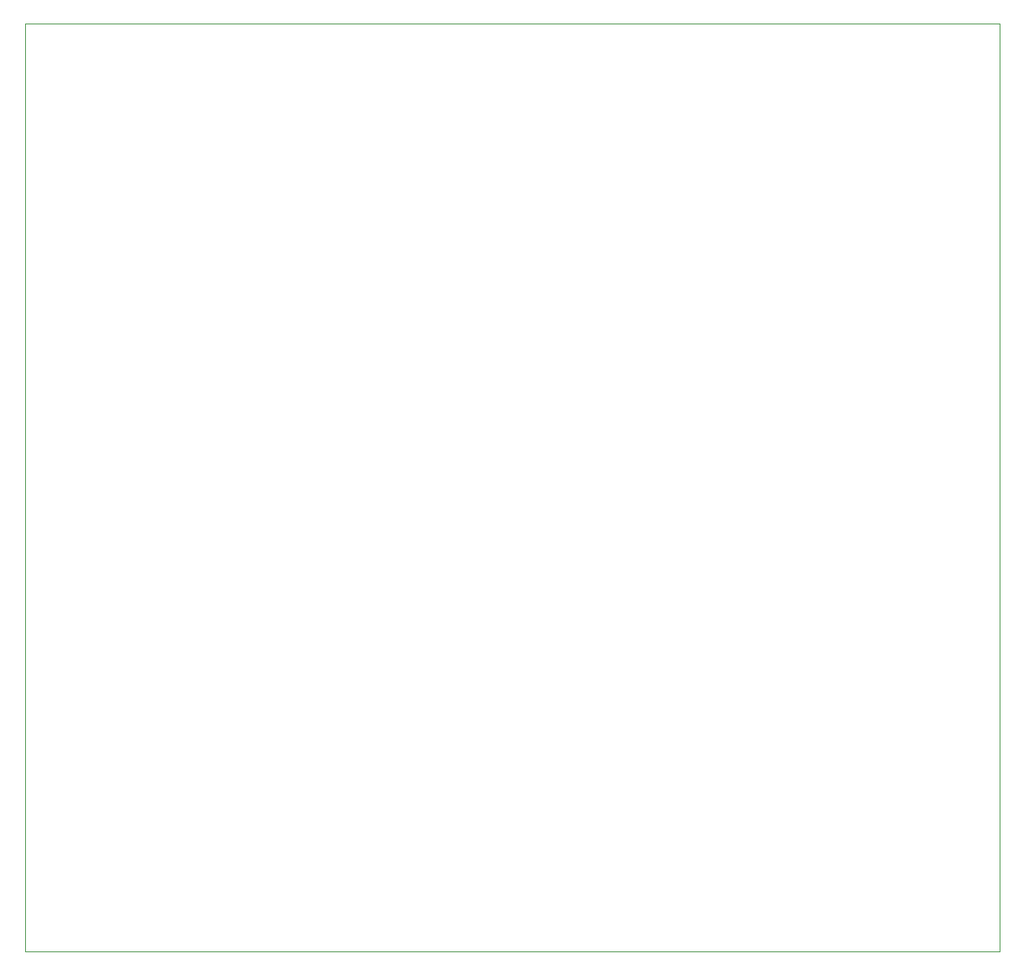
<source format=gbr>
%TF.GenerationSoftware,KiCad,Pcbnew,5.1.5*%
%TF.CreationDate,2020-05-07T22:51:20+02:00*%
%TF.ProjectId,superpet,73757065-7270-4657-942e-6b696361645f,rev?*%
%TF.SameCoordinates,PX2edf448PY2f17140*%
%TF.FileFunction,Profile,NP*%
%FSLAX46Y46*%
G04 Gerber Fmt 4.6, Leading zero omitted, Abs format (unit mm)*
G04 Created by KiCad (PCBNEW 5.1.5) date 2020-05-07 22:51:20*
%MOMM*%
%LPD*%
G04 APERTURE LIST*
%ADD10C,0.100000*%
G04 APERTURE END LIST*
D10*
X105001000Y7600D02*
X105001000Y-99992400D01*
X1000Y7600D02*
X105001000Y7600D01*
X1000Y-99992400D02*
X1000Y7600D01*
X105001000Y-99992400D02*
X1000Y-99992400D01*
M02*

</source>
